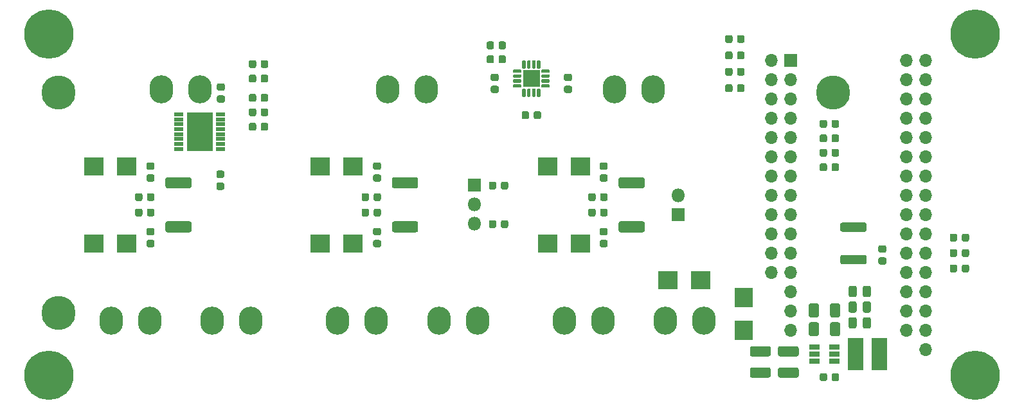
<source format=gbr>
%TF.GenerationSoftware,KiCad,Pcbnew,(5.1.6)-1*%
%TF.CreationDate,2020-09-09T14:21:18+02:00*%
%TF.ProjectId,TougherPowerMeter-FeatherWing,546f7567-6865-4725-906f-7765724d6574,rev?*%
%TF.SameCoordinates,Original*%
%TF.FileFunction,Soldermask,Bot*%
%TF.FilePolarity,Negative*%
%FSLAX46Y46*%
G04 Gerber Fmt 4.6, Leading zero omitted, Abs format (unit mm)*
G04 Created by KiCad (PCBNEW (5.1.6)-1) date 2020-09-09 14:21:18*
%MOMM*%
%LPD*%
G01*
G04 APERTURE LIST*
%ADD10C,4.500000*%
%ADD11O,1.700000X1.700000*%
%ADD12R,1.700000X1.700000*%
%ADD13R,2.400000X2.600000*%
%ADD14O,1.800000X1.800000*%
%ADD15R,1.800000X1.800000*%
%ADD16R,1.320000X0.750000*%
%ADD17R,3.500000X5.100000*%
%ADD18R,1.150000X0.550000*%
%ADD19R,2.080000X4.300000*%
%ADD20R,2.600000X2.400000*%
%ADD21C,0.900000*%
%ADD22C,6.500000*%
%ADD23R,2.200000X2.200000*%
%ADD24O,3.100000X3.700000*%
G04 APERTURE END LIST*
D10*
%TO.C,FID6*%
X201000000Y-64000000D03*
%TD*%
%TO.C,FID5*%
X99000000Y-93000000D03*
%TD*%
%TO.C,FID4*%
X99000000Y-64000000D03*
%TD*%
%TO.C,C23*%
G36*
G01*
X204933500Y-90651250D02*
X204933500Y-89688750D01*
G75*
G02*
X205202250Y-89420000I268750J0D01*
G01*
X205739750Y-89420000D01*
G75*
G02*
X206008500Y-89688750I0J-268750D01*
G01*
X206008500Y-90651250D01*
G75*
G02*
X205739750Y-90920000I-268750J0D01*
G01*
X205202250Y-90920000D01*
G75*
G02*
X204933500Y-90651250I0J268750D01*
G01*
G37*
G36*
G01*
X203058500Y-90651250D02*
X203058500Y-89688750D01*
G75*
G02*
X203327250Y-89420000I268750J0D01*
G01*
X203864750Y-89420000D01*
G75*
G02*
X204133500Y-89688750I0J-268750D01*
G01*
X204133500Y-90651250D01*
G75*
G02*
X203864750Y-90920000I-268750J0D01*
G01*
X203327250Y-90920000D01*
G75*
G02*
X203058500Y-90651250I0J268750D01*
G01*
G37*
%TD*%
%TO.C,C22*%
G36*
G01*
X199157000Y-92007500D02*
X199157000Y-93317500D01*
G75*
G02*
X198887000Y-93587500I-270000J0D01*
G01*
X198077000Y-93587500D01*
G75*
G02*
X197807000Y-93317500I0J270000D01*
G01*
X197807000Y-92007500D01*
G75*
G02*
X198077000Y-91737500I270000J0D01*
G01*
X198887000Y-91737500D01*
G75*
G02*
X199157000Y-92007500I0J-270000D01*
G01*
G37*
G36*
G01*
X201957000Y-92007500D02*
X201957000Y-93317500D01*
G75*
G02*
X201687000Y-93587500I-270000J0D01*
G01*
X200877000Y-93587500D01*
G75*
G02*
X200607000Y-93317500I0J270000D01*
G01*
X200607000Y-92007500D01*
G75*
G02*
X200877000Y-91737500I270000J0D01*
G01*
X201687000Y-91737500D01*
G75*
G02*
X201957000Y-92007500I0J-270000D01*
G01*
G37*
%TD*%
%TO.C,C21*%
G36*
G01*
X192541500Y-98732000D02*
X190331500Y-98732000D01*
G75*
G02*
X190061500Y-98462000I0J270000D01*
G01*
X190061500Y-97652000D01*
G75*
G02*
X190331500Y-97382000I270000J0D01*
G01*
X192541500Y-97382000D01*
G75*
G02*
X192811500Y-97652000I0J-270000D01*
G01*
X192811500Y-98462000D01*
G75*
G02*
X192541500Y-98732000I-270000J0D01*
G01*
G37*
G36*
G01*
X192541500Y-101532000D02*
X190331500Y-101532000D01*
G75*
G02*
X190061500Y-101262000I0J270000D01*
G01*
X190061500Y-100452000D01*
G75*
G02*
X190331500Y-100182000I270000J0D01*
G01*
X192541500Y-100182000D01*
G75*
G02*
X192811500Y-100452000I0J-270000D01*
G01*
X192811500Y-101262000D01*
G75*
G02*
X192541500Y-101532000I-270000J0D01*
G01*
G37*
%TD*%
%TO.C,C2*%
G36*
G01*
X196224500Y-98732000D02*
X194014500Y-98732000D01*
G75*
G02*
X193744500Y-98462000I0J270000D01*
G01*
X193744500Y-97652000D01*
G75*
G02*
X194014500Y-97382000I270000J0D01*
G01*
X196224500Y-97382000D01*
G75*
G02*
X196494500Y-97652000I0J-270000D01*
G01*
X196494500Y-98462000D01*
G75*
G02*
X196224500Y-98732000I-270000J0D01*
G01*
G37*
G36*
G01*
X196224500Y-101532000D02*
X194014500Y-101532000D01*
G75*
G02*
X193744500Y-101262000I0J270000D01*
G01*
X193744500Y-100452000D01*
G75*
G02*
X194014500Y-100182000I270000J0D01*
G01*
X196224500Y-100182000D01*
G75*
G02*
X196494500Y-100452000I0J-270000D01*
G01*
X196494500Y-101262000D01*
G75*
G02*
X196224500Y-101532000I-270000J0D01*
G01*
G37*
%TD*%
D11*
%TO.C,U3*%
X213217000Y-95266000D03*
X213217000Y-97806000D03*
X213217000Y-92726000D03*
X213217000Y-90186000D03*
X213217000Y-87646000D03*
X213217000Y-85106000D03*
X213217000Y-82566000D03*
X213217000Y-80026000D03*
X213217000Y-77486000D03*
X213217000Y-74946000D03*
X213217000Y-72406000D03*
X213217000Y-69866000D03*
X213217000Y-67326000D03*
X213217000Y-64786000D03*
X213217000Y-62246000D03*
X213217000Y-59706000D03*
X192897000Y-74946000D03*
X192897000Y-77486000D03*
X192897000Y-80026000D03*
X192897000Y-85106000D03*
X192897000Y-82566000D03*
X192897000Y-59706000D03*
X192897000Y-62246000D03*
X192897000Y-64786000D03*
X192897000Y-67326000D03*
X192897000Y-69866000D03*
X192897000Y-72406000D03*
X192897000Y-87646000D03*
%TD*%
%TO.C,A1*%
X210677000Y-95266000D03*
X195437000Y-95266000D03*
X210677000Y-59706000D03*
X195437000Y-92726000D03*
X210677000Y-62246000D03*
X195437000Y-90186000D03*
X210677000Y-64786000D03*
X195437000Y-87646000D03*
X210677000Y-67326000D03*
X195437000Y-85106000D03*
X210677000Y-69866000D03*
X195437000Y-82566000D03*
X210677000Y-72406000D03*
X195437000Y-80026000D03*
X210677000Y-74946000D03*
X195437000Y-77486000D03*
X210677000Y-77486000D03*
X195437000Y-74946000D03*
X210677000Y-80026000D03*
X195437000Y-72406000D03*
X210677000Y-82566000D03*
X195437000Y-69866000D03*
X210677000Y-85106000D03*
X195437000Y-67326000D03*
X210677000Y-87646000D03*
X195437000Y-64786000D03*
X210677000Y-90186000D03*
X195437000Y-62246000D03*
X210677000Y-92726000D03*
D12*
X195437000Y-59706000D03*
%TD*%
D13*
%TO.C,D8*%
X189214000Y-90957000D03*
X189214000Y-95257000D03*
%TD*%
%TO.C,R1*%
G36*
G01*
X187771000Y-60948750D02*
X187771000Y-61511250D01*
G75*
G02*
X187527250Y-61755000I-243750J0D01*
G01*
X187039750Y-61755000D01*
G75*
G02*
X186796000Y-61511250I0J243750D01*
G01*
X186796000Y-60948750D01*
G75*
G02*
X187039750Y-60705000I243750J0D01*
G01*
X187527250Y-60705000D01*
G75*
G02*
X187771000Y-60948750I0J-243750D01*
G01*
G37*
G36*
G01*
X189346000Y-60948750D02*
X189346000Y-61511250D01*
G75*
G02*
X189102250Y-61755000I-243750J0D01*
G01*
X188614750Y-61755000D01*
G75*
G02*
X188371000Y-61511250I0J243750D01*
G01*
X188371000Y-60948750D01*
G75*
G02*
X188614750Y-60705000I243750J0D01*
G01*
X189102250Y-60705000D01*
G75*
G02*
X189346000Y-60948750I0J-243750D01*
G01*
G37*
%TD*%
%TO.C,R26*%
G36*
G01*
X125633000Y-66845250D02*
X125633000Y-66282750D01*
G75*
G02*
X125876750Y-66039000I243750J0D01*
G01*
X126364250Y-66039000D01*
G75*
G02*
X126608000Y-66282750I0J-243750D01*
G01*
X126608000Y-66845250D01*
G75*
G02*
X126364250Y-67089000I-243750J0D01*
G01*
X125876750Y-67089000D01*
G75*
G02*
X125633000Y-66845250I0J243750D01*
G01*
G37*
G36*
G01*
X124058000Y-66845250D02*
X124058000Y-66282750D01*
G75*
G02*
X124301750Y-66039000I243750J0D01*
G01*
X124789250Y-66039000D01*
G75*
G02*
X125033000Y-66282750I0J-243750D01*
G01*
X125033000Y-66845250D01*
G75*
G02*
X124789250Y-67089000I-243750J0D01*
G01*
X124301750Y-67089000D01*
G75*
G02*
X124058000Y-66845250I0J243750D01*
G01*
G37*
%TD*%
%TO.C,R25*%
G36*
G01*
X125633000Y-64940250D02*
X125633000Y-64377750D01*
G75*
G02*
X125876750Y-64134000I243750J0D01*
G01*
X126364250Y-64134000D01*
G75*
G02*
X126608000Y-64377750I0J-243750D01*
G01*
X126608000Y-64940250D01*
G75*
G02*
X126364250Y-65184000I-243750J0D01*
G01*
X125876750Y-65184000D01*
G75*
G02*
X125633000Y-64940250I0J243750D01*
G01*
G37*
G36*
G01*
X124058000Y-64940250D02*
X124058000Y-64377750D01*
G75*
G02*
X124301750Y-64134000I243750J0D01*
G01*
X124789250Y-64134000D01*
G75*
G02*
X125033000Y-64377750I0J-243750D01*
G01*
X125033000Y-64940250D01*
G75*
G02*
X124789250Y-65184000I-243750J0D01*
G01*
X124301750Y-65184000D01*
G75*
G02*
X124058000Y-64940250I0J243750D01*
G01*
G37*
%TD*%
%TO.C,F1*%
G36*
G01*
X202214221Y-85361000D02*
X205169779Y-85361000D01*
G75*
G02*
X205442000Y-85633221I0J-272221D01*
G01*
X205442000Y-86313779D01*
G75*
G02*
X205169779Y-86586000I-272221J0D01*
G01*
X202214221Y-86586000D01*
G75*
G02*
X201942000Y-86313779I0J272221D01*
G01*
X201942000Y-85633221D01*
G75*
G02*
X202214221Y-85361000I272221J0D01*
G01*
G37*
G36*
G01*
X202214221Y-81086000D02*
X205169779Y-81086000D01*
G75*
G02*
X205442000Y-81358221I0J-272221D01*
G01*
X205442000Y-82038779D01*
G75*
G02*
X205169779Y-82311000I-272221J0D01*
G01*
X202214221Y-82311000D01*
G75*
G02*
X201942000Y-82038779I0J272221D01*
G01*
X201942000Y-81358221D01*
G75*
G02*
X202214221Y-81086000I272221J0D01*
G01*
G37*
%TD*%
%TO.C,C20*%
G36*
G01*
X120035250Y-75817500D02*
X120597750Y-75817500D01*
G75*
G02*
X120841500Y-76061250I0J-243750D01*
G01*
X120841500Y-76548750D01*
G75*
G02*
X120597750Y-76792500I-243750J0D01*
G01*
X120035250Y-76792500D01*
G75*
G02*
X119791500Y-76548750I0J243750D01*
G01*
X119791500Y-76061250D01*
G75*
G02*
X120035250Y-75817500I243750J0D01*
G01*
G37*
G36*
G01*
X120035250Y-74242500D02*
X120597750Y-74242500D01*
G75*
G02*
X120841500Y-74486250I0J-243750D01*
G01*
X120841500Y-74973750D01*
G75*
G02*
X120597750Y-75217500I-243750J0D01*
G01*
X120035250Y-75217500D01*
G75*
G02*
X119791500Y-74973750I0J243750D01*
G01*
X119791500Y-74486250D01*
G75*
G02*
X120035250Y-74242500I243750J0D01*
G01*
G37*
%TD*%
%TO.C,C19*%
G36*
G01*
X217962000Y-83355250D02*
X217962000Y-82792750D01*
G75*
G02*
X218205750Y-82549000I243750J0D01*
G01*
X218693250Y-82549000D01*
G75*
G02*
X218937000Y-82792750I0J-243750D01*
G01*
X218937000Y-83355250D01*
G75*
G02*
X218693250Y-83599000I-243750J0D01*
G01*
X218205750Y-83599000D01*
G75*
G02*
X217962000Y-83355250I0J243750D01*
G01*
G37*
G36*
G01*
X216387000Y-83355250D02*
X216387000Y-82792750D01*
G75*
G02*
X216630750Y-82549000I243750J0D01*
G01*
X217118250Y-82549000D01*
G75*
G02*
X217362000Y-82792750I0J-243750D01*
G01*
X217362000Y-83355250D01*
G75*
G02*
X217118250Y-83599000I-243750J0D01*
G01*
X216630750Y-83599000D01*
G75*
G02*
X216387000Y-83355250I0J243750D01*
G01*
G37*
%TD*%
%TO.C,C7*%
G36*
G01*
X120661250Y-63724000D02*
X120098750Y-63724000D01*
G75*
G02*
X119855000Y-63480250I0J243750D01*
G01*
X119855000Y-62992750D01*
G75*
G02*
X120098750Y-62749000I243750J0D01*
G01*
X120661250Y-62749000D01*
G75*
G02*
X120905000Y-62992750I0J-243750D01*
G01*
X120905000Y-63480250D01*
G75*
G02*
X120661250Y-63724000I-243750J0D01*
G01*
G37*
G36*
G01*
X120661250Y-65299000D02*
X120098750Y-65299000D01*
G75*
G02*
X119855000Y-65055250I0J243750D01*
G01*
X119855000Y-64567750D01*
G75*
G02*
X120098750Y-64324000I243750J0D01*
G01*
X120661250Y-64324000D01*
G75*
G02*
X120905000Y-64567750I0J-243750D01*
G01*
X120905000Y-65055250D01*
G75*
G02*
X120661250Y-65299000I-243750J0D01*
G01*
G37*
%TD*%
%TO.C,C6*%
G36*
G01*
X204917500Y-94794750D02*
X204917500Y-93832250D01*
G75*
G02*
X205186250Y-93563500I268750J0D01*
G01*
X205723750Y-93563500D01*
G75*
G02*
X205992500Y-93832250I0J-268750D01*
G01*
X205992500Y-94794750D01*
G75*
G02*
X205723750Y-95063500I-268750J0D01*
G01*
X205186250Y-95063500D01*
G75*
G02*
X204917500Y-94794750I0J268750D01*
G01*
G37*
G36*
G01*
X203042500Y-94794750D02*
X203042500Y-93832250D01*
G75*
G02*
X203311250Y-93563500I268750J0D01*
G01*
X203848750Y-93563500D01*
G75*
G02*
X204117500Y-93832250I0J-268750D01*
G01*
X204117500Y-94794750D01*
G75*
G02*
X203848750Y-95063500I-268750J0D01*
G01*
X203311250Y-95063500D01*
G75*
G02*
X203042500Y-94794750I0J268750D01*
G01*
G37*
%TD*%
%TO.C,C3*%
G36*
G01*
X199157000Y-94484000D02*
X199157000Y-95794000D01*
G75*
G02*
X198887000Y-96064000I-270000J0D01*
G01*
X198077000Y-96064000D01*
G75*
G02*
X197807000Y-95794000I0J270000D01*
G01*
X197807000Y-94484000D01*
G75*
G02*
X198077000Y-94214000I270000J0D01*
G01*
X198887000Y-94214000D01*
G75*
G02*
X199157000Y-94484000I0J-270000D01*
G01*
G37*
G36*
G01*
X201957000Y-94484000D02*
X201957000Y-95794000D01*
G75*
G02*
X201687000Y-96064000I-270000J0D01*
G01*
X200877000Y-96064000D01*
G75*
G02*
X200607000Y-95794000I0J270000D01*
G01*
X200607000Y-94484000D01*
G75*
G02*
X200877000Y-94214000I270000J0D01*
G01*
X201687000Y-94214000D01*
G75*
G02*
X201957000Y-94484000I0J-270000D01*
G01*
G37*
%TD*%
%TO.C,C1*%
G36*
G01*
X207783250Y-85060000D02*
X207220750Y-85060000D01*
G75*
G02*
X206977000Y-84816250I0J243750D01*
G01*
X206977000Y-84328750D01*
G75*
G02*
X207220750Y-84085000I243750J0D01*
G01*
X207783250Y-84085000D01*
G75*
G02*
X208027000Y-84328750I0J-243750D01*
G01*
X208027000Y-84816250D01*
G75*
G02*
X207783250Y-85060000I-243750J0D01*
G01*
G37*
G36*
G01*
X207783250Y-86635000D02*
X207220750Y-86635000D01*
G75*
G02*
X206977000Y-86391250I0J243750D01*
G01*
X206977000Y-85903750D01*
G75*
G02*
X207220750Y-85660000I243750J0D01*
G01*
X207783250Y-85660000D01*
G75*
G02*
X208027000Y-85903750I0J-243750D01*
G01*
X208027000Y-86391250D01*
G75*
G02*
X207783250Y-86635000I-243750J0D01*
G01*
G37*
%TD*%
D14*
%TO.C,J1*%
X180578000Y-77486000D03*
D15*
X180578000Y-80026000D03*
%TD*%
D16*
%TO.C,U1*%
X201153900Y-99352900D03*
X201153900Y-98402900D03*
X201153900Y-97452900D03*
X198533900Y-97452900D03*
X198533900Y-98402900D03*
X198533900Y-99352900D03*
%TD*%
D17*
%TO.C,U2*%
X117586000Y-69104000D03*
D18*
X114811000Y-66829000D03*
X114811000Y-67479000D03*
X114811000Y-68129000D03*
X114811000Y-68779000D03*
X114811000Y-69429000D03*
X114811000Y-70079000D03*
X114811000Y-70729000D03*
X114811000Y-71379000D03*
X120361000Y-71379000D03*
X120361000Y-70729000D03*
X120361000Y-70079000D03*
X120361000Y-69429000D03*
X120361000Y-68779000D03*
X120361000Y-68129000D03*
X120361000Y-67479000D03*
X120361000Y-66829000D03*
%TD*%
%TO.C,R7*%
G36*
G01*
X125633000Y-60495250D02*
X125633000Y-59932750D01*
G75*
G02*
X125876750Y-59689000I243750J0D01*
G01*
X126364250Y-59689000D01*
G75*
G02*
X126608000Y-59932750I0J-243750D01*
G01*
X126608000Y-60495250D01*
G75*
G02*
X126364250Y-60739000I-243750J0D01*
G01*
X125876750Y-60739000D01*
G75*
G02*
X125633000Y-60495250I0J243750D01*
G01*
G37*
G36*
G01*
X124058000Y-60495250D02*
X124058000Y-59932750D01*
G75*
G02*
X124301750Y-59689000I243750J0D01*
G01*
X124789250Y-59689000D01*
G75*
G02*
X125033000Y-59932750I0J-243750D01*
G01*
X125033000Y-60495250D01*
G75*
G02*
X124789250Y-60739000I-243750J0D01*
G01*
X124301750Y-60739000D01*
G75*
G02*
X124058000Y-60495250I0J243750D01*
G01*
G37*
%TD*%
%TO.C,R6*%
G36*
G01*
X125633000Y-62400250D02*
X125633000Y-61837750D01*
G75*
G02*
X125876750Y-61594000I243750J0D01*
G01*
X126364250Y-61594000D01*
G75*
G02*
X126608000Y-61837750I0J-243750D01*
G01*
X126608000Y-62400250D01*
G75*
G02*
X126364250Y-62644000I-243750J0D01*
G01*
X125876750Y-62644000D01*
G75*
G02*
X125633000Y-62400250I0J243750D01*
G01*
G37*
G36*
G01*
X124058000Y-62400250D02*
X124058000Y-61837750D01*
G75*
G02*
X124301750Y-61594000I243750J0D01*
G01*
X124789250Y-61594000D01*
G75*
G02*
X125033000Y-61837750I0J-243750D01*
G01*
X125033000Y-62400250D01*
G75*
G02*
X124789250Y-62644000I-243750J0D01*
G01*
X124301750Y-62644000D01*
G75*
G02*
X124058000Y-62400250I0J243750D01*
G01*
G37*
%TD*%
%TO.C,R5*%
G36*
G01*
X217962000Y-85387250D02*
X217962000Y-84824750D01*
G75*
G02*
X218205750Y-84581000I243750J0D01*
G01*
X218693250Y-84581000D01*
G75*
G02*
X218937000Y-84824750I0J-243750D01*
G01*
X218937000Y-85387250D01*
G75*
G02*
X218693250Y-85631000I-243750J0D01*
G01*
X218205750Y-85631000D01*
G75*
G02*
X217962000Y-85387250I0J243750D01*
G01*
G37*
G36*
G01*
X216387000Y-85387250D02*
X216387000Y-84824750D01*
G75*
G02*
X216630750Y-84581000I243750J0D01*
G01*
X217118250Y-84581000D01*
G75*
G02*
X217362000Y-84824750I0J-243750D01*
G01*
X217362000Y-85387250D01*
G75*
G02*
X217118250Y-85631000I-243750J0D01*
G01*
X216630750Y-85631000D01*
G75*
G02*
X216387000Y-85387250I0J243750D01*
G01*
G37*
%TD*%
%TO.C,R4*%
G36*
G01*
X125633000Y-68750250D02*
X125633000Y-68187750D01*
G75*
G02*
X125876750Y-67944000I243750J0D01*
G01*
X126364250Y-67944000D01*
G75*
G02*
X126608000Y-68187750I0J-243750D01*
G01*
X126608000Y-68750250D01*
G75*
G02*
X126364250Y-68994000I-243750J0D01*
G01*
X125876750Y-68994000D01*
G75*
G02*
X125633000Y-68750250I0J243750D01*
G01*
G37*
G36*
G01*
X124058000Y-68750250D02*
X124058000Y-68187750D01*
G75*
G02*
X124301750Y-67944000I243750J0D01*
G01*
X124789250Y-67944000D01*
G75*
G02*
X125033000Y-68187750I0J-243750D01*
G01*
X125033000Y-68750250D01*
G75*
G02*
X124789250Y-68994000I-243750J0D01*
G01*
X124301750Y-68994000D01*
G75*
G02*
X124058000Y-68750250I0J243750D01*
G01*
G37*
%TD*%
%TO.C,R3*%
G36*
G01*
X217962000Y-87419250D02*
X217962000Y-86856750D01*
G75*
G02*
X218205750Y-86613000I243750J0D01*
G01*
X218693250Y-86613000D01*
G75*
G02*
X218937000Y-86856750I0J-243750D01*
G01*
X218937000Y-87419250D01*
G75*
G02*
X218693250Y-87663000I-243750J0D01*
G01*
X218205750Y-87663000D01*
G75*
G02*
X217962000Y-87419250I0J243750D01*
G01*
G37*
G36*
G01*
X216387000Y-87419250D02*
X216387000Y-86856750D01*
G75*
G02*
X216630750Y-86613000I243750J0D01*
G01*
X217118250Y-86613000D01*
G75*
G02*
X217362000Y-86856750I0J-243750D01*
G01*
X217362000Y-87419250D01*
G75*
G02*
X217118250Y-87663000I-243750J0D01*
G01*
X216630750Y-87663000D01*
G75*
G02*
X216387000Y-87419250I0J243750D01*
G01*
G37*
%TD*%
%TO.C,R2*%
G36*
G01*
X187771000Y-58789750D02*
X187771000Y-59352250D01*
G75*
G02*
X187527250Y-59596000I-243750J0D01*
G01*
X187039750Y-59596000D01*
G75*
G02*
X186796000Y-59352250I0J243750D01*
G01*
X186796000Y-58789750D01*
G75*
G02*
X187039750Y-58546000I243750J0D01*
G01*
X187527250Y-58546000D01*
G75*
G02*
X187771000Y-58789750I0J-243750D01*
G01*
G37*
G36*
G01*
X189346000Y-58789750D02*
X189346000Y-59352250D01*
G75*
G02*
X189102250Y-59596000I-243750J0D01*
G01*
X188614750Y-59596000D01*
G75*
G02*
X188371000Y-59352250I0J243750D01*
G01*
X188371000Y-58789750D01*
G75*
G02*
X188614750Y-58546000I243750J0D01*
G01*
X189102250Y-58546000D01*
G75*
G02*
X189346000Y-58789750I0J-243750D01*
G01*
G37*
%TD*%
D19*
%TO.C,L1*%
X207133900Y-98402900D03*
X203983900Y-98402900D03*
%TD*%
D20*
%TO.C,D1*%
X183553500Y-88725500D03*
X179253500Y-88725500D03*
%TD*%
%TO.C,C5*%
G36*
G01*
X204917500Y-92699250D02*
X204917500Y-91736750D01*
G75*
G02*
X205186250Y-91468000I268750J0D01*
G01*
X205723750Y-91468000D01*
G75*
G02*
X205992500Y-91736750I0J-268750D01*
G01*
X205992500Y-92699250D01*
G75*
G02*
X205723750Y-92968000I-268750J0D01*
G01*
X205186250Y-92968000D01*
G75*
G02*
X204917500Y-92699250I0J268750D01*
G01*
G37*
G36*
G01*
X203042500Y-92699250D02*
X203042500Y-91736750D01*
G75*
G02*
X203311250Y-91468000I268750J0D01*
G01*
X203848750Y-91468000D01*
G75*
G02*
X204117500Y-91736750I0J-268750D01*
G01*
X204117500Y-92699250D01*
G75*
G02*
X203848750Y-92968000I-268750J0D01*
G01*
X203311250Y-92968000D01*
G75*
G02*
X203042500Y-92699250I0J268750D01*
G01*
G37*
%TD*%
%TO.C,C4*%
G36*
G01*
X200242400Y-101182350D02*
X200242400Y-101744850D01*
G75*
G02*
X199998650Y-101988600I-243750J0D01*
G01*
X199511150Y-101988600D01*
G75*
G02*
X199267400Y-101744850I0J243750D01*
G01*
X199267400Y-101182350D01*
G75*
G02*
X199511150Y-100938600I243750J0D01*
G01*
X199998650Y-100938600D01*
G75*
G02*
X200242400Y-101182350I0J-243750D01*
G01*
G37*
G36*
G01*
X201817400Y-101182350D02*
X201817400Y-101744850D01*
G75*
G02*
X201573650Y-101988600I-243750J0D01*
G01*
X201086150Y-101988600D01*
G75*
G02*
X200842400Y-101744850I0J243750D01*
G01*
X200842400Y-101182350D01*
G75*
G02*
X201086150Y-100938600I243750J0D01*
G01*
X201573650Y-100938600D01*
G75*
G02*
X201817400Y-101182350I0J-243750D01*
G01*
G37*
%TD*%
%TO.C,C18*%
G36*
G01*
X156351200Y-57468950D02*
X156351200Y-58031450D01*
G75*
G02*
X156107450Y-58275200I-243750J0D01*
G01*
X155619950Y-58275200D01*
G75*
G02*
X155376200Y-58031450I0J243750D01*
G01*
X155376200Y-57468950D01*
G75*
G02*
X155619950Y-57225200I243750J0D01*
G01*
X156107450Y-57225200D01*
G75*
G02*
X156351200Y-57468950I0J-243750D01*
G01*
G37*
G36*
G01*
X157926200Y-57468950D02*
X157926200Y-58031450D01*
G75*
G02*
X157682450Y-58275200I-243750J0D01*
G01*
X157194950Y-58275200D01*
G75*
G02*
X156951200Y-58031450I0J243750D01*
G01*
X156951200Y-57468950D01*
G75*
G02*
X157194950Y-57225200I243750J0D01*
G01*
X157682450Y-57225200D01*
G75*
G02*
X157926200Y-57468950I0J-243750D01*
G01*
G37*
%TD*%
%TO.C,R17*%
G36*
G01*
X113335518Y-80931000D02*
X116248482Y-80931000D01*
G75*
G02*
X116517000Y-81199518I0J-268518D01*
G01*
X116517000Y-82112482D01*
G75*
G02*
X116248482Y-82381000I-268518J0D01*
G01*
X113335518Y-82381000D01*
G75*
G02*
X113067000Y-82112482I0J268518D01*
G01*
X113067000Y-81199518D01*
G75*
G02*
X113335518Y-80931000I268518J0D01*
G01*
G37*
G36*
G01*
X113335518Y-75131000D02*
X116248482Y-75131000D01*
G75*
G02*
X116517000Y-75399518I0J-268518D01*
G01*
X116517000Y-76312482D01*
G75*
G02*
X116248482Y-76581000I-268518J0D01*
G01*
X113335518Y-76581000D01*
G75*
G02*
X113067000Y-76312482I0J268518D01*
G01*
X113067000Y-75399518D01*
G75*
G02*
X113335518Y-75131000I268518J0D01*
G01*
G37*
%TD*%
D21*
%TO.C,H4*%
X221447056Y-102947056D03*
X222150000Y-101250000D03*
X221447056Y-99552944D03*
X219750000Y-98850000D03*
X218052944Y-99552944D03*
X217350000Y-101250000D03*
X218052944Y-102947056D03*
X219750000Y-103650000D03*
D22*
X219750000Y-101250000D03*
%TD*%
D21*
%TO.C,H3*%
X99447056Y-102947056D03*
X100150000Y-101250000D03*
X99447056Y-99552944D03*
X97750000Y-98850000D03*
X96052944Y-99552944D03*
X95350000Y-101250000D03*
X96052944Y-102947056D03*
X97750000Y-103650000D03*
D22*
X97750000Y-101250000D03*
%TD*%
D21*
%TO.C,H2*%
X221447056Y-57947056D03*
X222150000Y-56250000D03*
X221447056Y-54552944D03*
X219750000Y-53850000D03*
X218052944Y-54552944D03*
X217350000Y-56250000D03*
X218052944Y-57947056D03*
X219750000Y-58650000D03*
D22*
X219750000Y-56250000D03*
%TD*%
D21*
%TO.C,H1*%
X99447056Y-57947056D03*
X100150000Y-56250000D03*
X99447056Y-54552944D03*
X97750000Y-53850000D03*
X96052944Y-54552944D03*
X95350000Y-56250000D03*
X96052944Y-57947056D03*
X97750000Y-58650000D03*
D22*
X97750000Y-56250000D03*
%TD*%
D23*
%TO.C,U4*%
X161274000Y-62119000D03*
G36*
G01*
X160074000Y-64431500D02*
X160074000Y-63531500D01*
G75*
G02*
X160186500Y-63419000I112500J0D01*
G01*
X160411500Y-63419000D01*
G75*
G02*
X160524000Y-63531500I0J-112500D01*
G01*
X160524000Y-64431500D01*
G75*
G02*
X160411500Y-64544000I-112500J0D01*
G01*
X160186500Y-64544000D01*
G75*
G02*
X160074000Y-64431500I0J112500D01*
G01*
G37*
G36*
G01*
X160724000Y-64431500D02*
X160724000Y-63531500D01*
G75*
G02*
X160836500Y-63419000I112500J0D01*
G01*
X161061500Y-63419000D01*
G75*
G02*
X161174000Y-63531500I0J-112500D01*
G01*
X161174000Y-64431500D01*
G75*
G02*
X161061500Y-64544000I-112500J0D01*
G01*
X160836500Y-64544000D01*
G75*
G02*
X160724000Y-64431500I0J112500D01*
G01*
G37*
G36*
G01*
X161374000Y-64431500D02*
X161374000Y-63531500D01*
G75*
G02*
X161486500Y-63419000I112500J0D01*
G01*
X161711500Y-63419000D01*
G75*
G02*
X161824000Y-63531500I0J-112500D01*
G01*
X161824000Y-64431500D01*
G75*
G02*
X161711500Y-64544000I-112500J0D01*
G01*
X161486500Y-64544000D01*
G75*
G02*
X161374000Y-64431500I0J112500D01*
G01*
G37*
G36*
G01*
X162024000Y-64431500D02*
X162024000Y-63531500D01*
G75*
G02*
X162136500Y-63419000I112500J0D01*
G01*
X162361500Y-63419000D01*
G75*
G02*
X162474000Y-63531500I0J-112500D01*
G01*
X162474000Y-64431500D01*
G75*
G02*
X162361500Y-64544000I-112500J0D01*
G01*
X162136500Y-64544000D01*
G75*
G02*
X162024000Y-64431500I0J112500D01*
G01*
G37*
G36*
G01*
X162574000Y-63206500D02*
X162574000Y-62981500D01*
G75*
G02*
X162686500Y-62869000I112500J0D01*
G01*
X163586500Y-62869000D01*
G75*
G02*
X163699000Y-62981500I0J-112500D01*
G01*
X163699000Y-63206500D01*
G75*
G02*
X163586500Y-63319000I-112500J0D01*
G01*
X162686500Y-63319000D01*
G75*
G02*
X162574000Y-63206500I0J112500D01*
G01*
G37*
G36*
G01*
X162574000Y-62556500D02*
X162574000Y-62331500D01*
G75*
G02*
X162686500Y-62219000I112500J0D01*
G01*
X163586500Y-62219000D01*
G75*
G02*
X163699000Y-62331500I0J-112500D01*
G01*
X163699000Y-62556500D01*
G75*
G02*
X163586500Y-62669000I-112500J0D01*
G01*
X162686500Y-62669000D01*
G75*
G02*
X162574000Y-62556500I0J112500D01*
G01*
G37*
G36*
G01*
X162574000Y-61906500D02*
X162574000Y-61681500D01*
G75*
G02*
X162686500Y-61569000I112500J0D01*
G01*
X163586500Y-61569000D01*
G75*
G02*
X163699000Y-61681500I0J-112500D01*
G01*
X163699000Y-61906500D01*
G75*
G02*
X163586500Y-62019000I-112500J0D01*
G01*
X162686500Y-62019000D01*
G75*
G02*
X162574000Y-61906500I0J112500D01*
G01*
G37*
G36*
G01*
X162574000Y-61256500D02*
X162574000Y-61031500D01*
G75*
G02*
X162686500Y-60919000I112500J0D01*
G01*
X163586500Y-60919000D01*
G75*
G02*
X163699000Y-61031500I0J-112500D01*
G01*
X163699000Y-61256500D01*
G75*
G02*
X163586500Y-61369000I-112500J0D01*
G01*
X162686500Y-61369000D01*
G75*
G02*
X162574000Y-61256500I0J112500D01*
G01*
G37*
G36*
G01*
X162024000Y-60706500D02*
X162024000Y-59806500D01*
G75*
G02*
X162136500Y-59694000I112500J0D01*
G01*
X162361500Y-59694000D01*
G75*
G02*
X162474000Y-59806500I0J-112500D01*
G01*
X162474000Y-60706500D01*
G75*
G02*
X162361500Y-60819000I-112500J0D01*
G01*
X162136500Y-60819000D01*
G75*
G02*
X162024000Y-60706500I0J112500D01*
G01*
G37*
G36*
G01*
X161374000Y-60706500D02*
X161374000Y-59806500D01*
G75*
G02*
X161486500Y-59694000I112500J0D01*
G01*
X161711500Y-59694000D01*
G75*
G02*
X161824000Y-59806500I0J-112500D01*
G01*
X161824000Y-60706500D01*
G75*
G02*
X161711500Y-60819000I-112500J0D01*
G01*
X161486500Y-60819000D01*
G75*
G02*
X161374000Y-60706500I0J112500D01*
G01*
G37*
G36*
G01*
X160724000Y-60706500D02*
X160724000Y-59806500D01*
G75*
G02*
X160836500Y-59694000I112500J0D01*
G01*
X161061500Y-59694000D01*
G75*
G02*
X161174000Y-59806500I0J-112500D01*
G01*
X161174000Y-60706500D01*
G75*
G02*
X161061500Y-60819000I-112500J0D01*
G01*
X160836500Y-60819000D01*
G75*
G02*
X160724000Y-60706500I0J112500D01*
G01*
G37*
G36*
G01*
X160074000Y-60706500D02*
X160074000Y-59806500D01*
G75*
G02*
X160186500Y-59694000I112500J0D01*
G01*
X160411500Y-59694000D01*
G75*
G02*
X160524000Y-59806500I0J-112500D01*
G01*
X160524000Y-60706500D01*
G75*
G02*
X160411500Y-60819000I-112500J0D01*
G01*
X160186500Y-60819000D01*
G75*
G02*
X160074000Y-60706500I0J112500D01*
G01*
G37*
G36*
G01*
X158849000Y-61256500D02*
X158849000Y-61031500D01*
G75*
G02*
X158961500Y-60919000I112500J0D01*
G01*
X159861500Y-60919000D01*
G75*
G02*
X159974000Y-61031500I0J-112500D01*
G01*
X159974000Y-61256500D01*
G75*
G02*
X159861500Y-61369000I-112500J0D01*
G01*
X158961500Y-61369000D01*
G75*
G02*
X158849000Y-61256500I0J112500D01*
G01*
G37*
G36*
G01*
X158849000Y-61906500D02*
X158849000Y-61681500D01*
G75*
G02*
X158961500Y-61569000I112500J0D01*
G01*
X159861500Y-61569000D01*
G75*
G02*
X159974000Y-61681500I0J-112500D01*
G01*
X159974000Y-61906500D01*
G75*
G02*
X159861500Y-62019000I-112500J0D01*
G01*
X158961500Y-62019000D01*
G75*
G02*
X158849000Y-61906500I0J112500D01*
G01*
G37*
G36*
G01*
X158849000Y-62556500D02*
X158849000Y-62331500D01*
G75*
G02*
X158961500Y-62219000I112500J0D01*
G01*
X159861500Y-62219000D01*
G75*
G02*
X159974000Y-62331500I0J-112500D01*
G01*
X159974000Y-62556500D01*
G75*
G02*
X159861500Y-62669000I-112500J0D01*
G01*
X158961500Y-62669000D01*
G75*
G02*
X158849000Y-62556500I0J112500D01*
G01*
G37*
G36*
G01*
X158849000Y-63206500D02*
X158849000Y-62981500D01*
G75*
G02*
X158961500Y-62869000I112500J0D01*
G01*
X159861500Y-62869000D01*
G75*
G02*
X159974000Y-62981500I0J-112500D01*
G01*
X159974000Y-63206500D01*
G75*
G02*
X159861500Y-63319000I-112500J0D01*
G01*
X158961500Y-63319000D01*
G75*
G02*
X158849000Y-63206500I0J112500D01*
G01*
G37*
%TD*%
%TO.C,R24*%
G36*
G01*
X169737000Y-79490750D02*
X169737000Y-80053250D01*
G75*
G02*
X169493250Y-80297000I-243750J0D01*
G01*
X169005750Y-80297000D01*
G75*
G02*
X168762000Y-80053250I0J243750D01*
G01*
X168762000Y-79490750D01*
G75*
G02*
X169005750Y-79247000I243750J0D01*
G01*
X169493250Y-79247000D01*
G75*
G02*
X169737000Y-79490750I0J-243750D01*
G01*
G37*
G36*
G01*
X171312000Y-79490750D02*
X171312000Y-80053250D01*
G75*
G02*
X171068250Y-80297000I-243750J0D01*
G01*
X170580750Y-80297000D01*
G75*
G02*
X170337000Y-80053250I0J243750D01*
G01*
X170337000Y-79490750D01*
G75*
G02*
X170580750Y-79247000I243750J0D01*
G01*
X171068250Y-79247000D01*
G75*
G02*
X171312000Y-79490750I0J-243750D01*
G01*
G37*
%TD*%
%TO.C,R23*%
G36*
G01*
X173025518Y-80931000D02*
X175938482Y-80931000D01*
G75*
G02*
X176207000Y-81199518I0J-268518D01*
G01*
X176207000Y-82112482D01*
G75*
G02*
X175938482Y-82381000I-268518J0D01*
G01*
X173025518Y-82381000D01*
G75*
G02*
X172757000Y-82112482I0J268518D01*
G01*
X172757000Y-81199518D01*
G75*
G02*
X173025518Y-80931000I268518J0D01*
G01*
G37*
G36*
G01*
X173025518Y-75131000D02*
X175938482Y-75131000D01*
G75*
G02*
X176207000Y-75399518I0J-268518D01*
G01*
X176207000Y-76312482D01*
G75*
G02*
X175938482Y-76581000I-268518J0D01*
G01*
X173025518Y-76581000D01*
G75*
G02*
X172757000Y-76312482I0J268518D01*
G01*
X172757000Y-75399518D01*
G75*
G02*
X173025518Y-75131000I268518J0D01*
G01*
G37*
%TD*%
%TO.C,R22*%
G36*
G01*
X169737000Y-77458750D02*
X169737000Y-78021250D01*
G75*
G02*
X169493250Y-78265000I-243750J0D01*
G01*
X169005750Y-78265000D01*
G75*
G02*
X168762000Y-78021250I0J243750D01*
G01*
X168762000Y-77458750D01*
G75*
G02*
X169005750Y-77215000I243750J0D01*
G01*
X169493250Y-77215000D01*
G75*
G02*
X169737000Y-77458750I0J-243750D01*
G01*
G37*
G36*
G01*
X171312000Y-77458750D02*
X171312000Y-78021250D01*
G75*
G02*
X171068250Y-78265000I-243750J0D01*
G01*
X170580750Y-78265000D01*
G75*
G02*
X170337000Y-78021250I0J243750D01*
G01*
X170337000Y-77458750D01*
G75*
G02*
X170580750Y-77215000I243750J0D01*
G01*
X171068250Y-77215000D01*
G75*
G02*
X171312000Y-77458750I0J-243750D01*
G01*
G37*
%TD*%
%TO.C,R21*%
G36*
G01*
X139892000Y-79490750D02*
X139892000Y-80053250D01*
G75*
G02*
X139648250Y-80297000I-243750J0D01*
G01*
X139160750Y-80297000D01*
G75*
G02*
X138917000Y-80053250I0J243750D01*
G01*
X138917000Y-79490750D01*
G75*
G02*
X139160750Y-79247000I243750J0D01*
G01*
X139648250Y-79247000D01*
G75*
G02*
X139892000Y-79490750I0J-243750D01*
G01*
G37*
G36*
G01*
X141467000Y-79490750D02*
X141467000Y-80053250D01*
G75*
G02*
X141223250Y-80297000I-243750J0D01*
G01*
X140735750Y-80297000D01*
G75*
G02*
X140492000Y-80053250I0J243750D01*
G01*
X140492000Y-79490750D01*
G75*
G02*
X140735750Y-79247000I243750J0D01*
G01*
X141223250Y-79247000D01*
G75*
G02*
X141467000Y-79490750I0J-243750D01*
G01*
G37*
%TD*%
%TO.C,R20*%
G36*
G01*
X143180518Y-80931000D02*
X146093482Y-80931000D01*
G75*
G02*
X146362000Y-81199518I0J-268518D01*
G01*
X146362000Y-82112482D01*
G75*
G02*
X146093482Y-82381000I-268518J0D01*
G01*
X143180518Y-82381000D01*
G75*
G02*
X142912000Y-82112482I0J268518D01*
G01*
X142912000Y-81199518D01*
G75*
G02*
X143180518Y-80931000I268518J0D01*
G01*
G37*
G36*
G01*
X143180518Y-75131000D02*
X146093482Y-75131000D01*
G75*
G02*
X146362000Y-75399518I0J-268518D01*
G01*
X146362000Y-76312482D01*
G75*
G02*
X146093482Y-76581000I-268518J0D01*
G01*
X143180518Y-76581000D01*
G75*
G02*
X142912000Y-76312482I0J268518D01*
G01*
X142912000Y-75399518D01*
G75*
G02*
X143180518Y-75131000I268518J0D01*
G01*
G37*
%TD*%
%TO.C,R19*%
G36*
G01*
X139892000Y-77458750D02*
X139892000Y-78021250D01*
G75*
G02*
X139648250Y-78265000I-243750J0D01*
G01*
X139160750Y-78265000D01*
G75*
G02*
X138917000Y-78021250I0J243750D01*
G01*
X138917000Y-77458750D01*
G75*
G02*
X139160750Y-77215000I243750J0D01*
G01*
X139648250Y-77215000D01*
G75*
G02*
X139892000Y-77458750I0J-243750D01*
G01*
G37*
G36*
G01*
X141467000Y-77458750D02*
X141467000Y-78021250D01*
G75*
G02*
X141223250Y-78265000I-243750J0D01*
G01*
X140735750Y-78265000D01*
G75*
G02*
X140492000Y-78021250I0J243750D01*
G01*
X140492000Y-77458750D01*
G75*
G02*
X140735750Y-77215000I243750J0D01*
G01*
X141223250Y-77215000D01*
G75*
G02*
X141467000Y-77458750I0J-243750D01*
G01*
G37*
%TD*%
%TO.C,R16*%
G36*
G01*
X110047000Y-77458750D02*
X110047000Y-78021250D01*
G75*
G02*
X109803250Y-78265000I-243750J0D01*
G01*
X109315750Y-78265000D01*
G75*
G02*
X109072000Y-78021250I0J243750D01*
G01*
X109072000Y-77458750D01*
G75*
G02*
X109315750Y-77215000I243750J0D01*
G01*
X109803250Y-77215000D01*
G75*
G02*
X110047000Y-77458750I0J-243750D01*
G01*
G37*
G36*
G01*
X111622000Y-77458750D02*
X111622000Y-78021250D01*
G75*
G02*
X111378250Y-78265000I-243750J0D01*
G01*
X110890750Y-78265000D01*
G75*
G02*
X110647000Y-78021250I0J243750D01*
G01*
X110647000Y-77458750D01*
G75*
G02*
X110890750Y-77215000I243750J0D01*
G01*
X111378250Y-77215000D01*
G75*
G02*
X111622000Y-77458750I0J-243750D01*
G01*
G37*
%TD*%
%TO.C,R13*%
G36*
G01*
X156656000Y-81014750D02*
X156656000Y-81577250D01*
G75*
G02*
X156412250Y-81821000I-243750J0D01*
G01*
X155924750Y-81821000D01*
G75*
G02*
X155681000Y-81577250I0J243750D01*
G01*
X155681000Y-81014750D01*
G75*
G02*
X155924750Y-80771000I243750J0D01*
G01*
X156412250Y-80771000D01*
G75*
G02*
X156656000Y-81014750I0J-243750D01*
G01*
G37*
G36*
G01*
X158231000Y-81014750D02*
X158231000Y-81577250D01*
G75*
G02*
X157987250Y-81821000I-243750J0D01*
G01*
X157499750Y-81821000D01*
G75*
G02*
X157256000Y-81577250I0J243750D01*
G01*
X157256000Y-81014750D01*
G75*
G02*
X157499750Y-80771000I243750J0D01*
G01*
X157987250Y-80771000D01*
G75*
G02*
X158231000Y-81014750I0J-243750D01*
G01*
G37*
%TD*%
D14*
%TO.C,J11*%
X153781000Y-81232500D03*
X153781000Y-78692500D03*
D15*
X153781000Y-76152500D03*
%TD*%
D24*
%TO.C,J10*%
X110982000Y-93996000D03*
X105902000Y-93996000D03*
%TD*%
D20*
%TO.C,D7*%
X163442000Y-83836000D03*
X167742000Y-83836000D03*
%TD*%
D24*
%TO.C,J9*%
X154162000Y-93996000D03*
X149082000Y-93996000D03*
%TD*%
%TO.C,J8*%
X184007000Y-93996000D03*
X178927000Y-93996000D03*
%TD*%
%TO.C,J7*%
X124317000Y-93996000D03*
X119237000Y-93996000D03*
%TD*%
%TO.C,J6*%
X140827000Y-93996000D03*
X135747000Y-93996000D03*
%TD*%
%TO.C,J5*%
X170672000Y-93996000D03*
X165592000Y-93996000D03*
%TD*%
%TO.C,J4*%
X112506000Y-63516000D03*
X117586000Y-63516000D03*
%TD*%
%TO.C,J3*%
X142351000Y-63516000D03*
X147431000Y-63516000D03*
%TD*%
%TO.C,J2*%
X172196000Y-63516000D03*
X177276000Y-63516000D03*
%TD*%
%TO.C,R18*%
G36*
G01*
X110047000Y-79490750D02*
X110047000Y-80053250D01*
G75*
G02*
X109803250Y-80297000I-243750J0D01*
G01*
X109315750Y-80297000D01*
G75*
G02*
X109072000Y-80053250I0J243750D01*
G01*
X109072000Y-79490750D01*
G75*
G02*
X109315750Y-79247000I243750J0D01*
G01*
X109803250Y-79247000D01*
G75*
G02*
X110047000Y-79490750I0J-243750D01*
G01*
G37*
G36*
G01*
X111622000Y-79490750D02*
X111622000Y-80053250D01*
G75*
G02*
X111378250Y-80297000I-243750J0D01*
G01*
X110890750Y-80297000D01*
G75*
G02*
X110647000Y-80053250I0J243750D01*
G01*
X110647000Y-79490750D01*
G75*
G02*
X110890750Y-79247000I243750J0D01*
G01*
X111378250Y-79247000D01*
G75*
G02*
X111622000Y-79490750I0J-243750D01*
G01*
G37*
%TD*%
%TO.C,R15*%
G36*
G01*
X200217000Y-67806750D02*
X200217000Y-68369250D01*
G75*
G02*
X199973250Y-68613000I-243750J0D01*
G01*
X199485750Y-68613000D01*
G75*
G02*
X199242000Y-68369250I0J243750D01*
G01*
X199242000Y-67806750D01*
G75*
G02*
X199485750Y-67563000I243750J0D01*
G01*
X199973250Y-67563000D01*
G75*
G02*
X200217000Y-67806750I0J-243750D01*
G01*
G37*
G36*
G01*
X201792000Y-67806750D02*
X201792000Y-68369250D01*
G75*
G02*
X201548250Y-68613000I-243750J0D01*
G01*
X201060750Y-68613000D01*
G75*
G02*
X200817000Y-68369250I0J243750D01*
G01*
X200817000Y-67806750D01*
G75*
G02*
X201060750Y-67563000I243750J0D01*
G01*
X201548250Y-67563000D01*
G75*
G02*
X201792000Y-67806750I0J-243750D01*
G01*
G37*
%TD*%
%TO.C,R14*%
G36*
G01*
X157256000Y-76497250D02*
X157256000Y-75934750D01*
G75*
G02*
X157499750Y-75691000I243750J0D01*
G01*
X157987250Y-75691000D01*
G75*
G02*
X158231000Y-75934750I0J-243750D01*
G01*
X158231000Y-76497250D01*
G75*
G02*
X157987250Y-76741000I-243750J0D01*
G01*
X157499750Y-76741000D01*
G75*
G02*
X157256000Y-76497250I0J243750D01*
G01*
G37*
G36*
G01*
X155681000Y-76497250D02*
X155681000Y-75934750D01*
G75*
G02*
X155924750Y-75691000I243750J0D01*
G01*
X156412250Y-75691000D01*
G75*
G02*
X156656000Y-75934750I0J-243750D01*
G01*
X156656000Y-76497250D01*
G75*
G02*
X156412250Y-76741000I-243750J0D01*
G01*
X155924750Y-76741000D01*
G75*
G02*
X155681000Y-76497250I0J243750D01*
G01*
G37*
%TD*%
%TO.C,R12*%
G36*
G01*
X200217000Y-69711750D02*
X200217000Y-70274250D01*
G75*
G02*
X199973250Y-70518000I-243750J0D01*
G01*
X199485750Y-70518000D01*
G75*
G02*
X199242000Y-70274250I0J243750D01*
G01*
X199242000Y-69711750D01*
G75*
G02*
X199485750Y-69468000I243750J0D01*
G01*
X199973250Y-69468000D01*
G75*
G02*
X200217000Y-69711750I0J-243750D01*
G01*
G37*
G36*
G01*
X201792000Y-69711750D02*
X201792000Y-70274250D01*
G75*
G02*
X201548250Y-70518000I-243750J0D01*
G01*
X201060750Y-70518000D01*
G75*
G02*
X200817000Y-70274250I0J243750D01*
G01*
X200817000Y-69711750D01*
G75*
G02*
X201060750Y-69468000I243750J0D01*
G01*
X201548250Y-69468000D01*
G75*
G02*
X201792000Y-69711750I0J-243750D01*
G01*
G37*
%TD*%
%TO.C,R11*%
G36*
G01*
X200217000Y-71616750D02*
X200217000Y-72179250D01*
G75*
G02*
X199973250Y-72423000I-243750J0D01*
G01*
X199485750Y-72423000D01*
G75*
G02*
X199242000Y-72179250I0J243750D01*
G01*
X199242000Y-71616750D01*
G75*
G02*
X199485750Y-71373000I243750J0D01*
G01*
X199973250Y-71373000D01*
G75*
G02*
X200217000Y-71616750I0J-243750D01*
G01*
G37*
G36*
G01*
X201792000Y-71616750D02*
X201792000Y-72179250D01*
G75*
G02*
X201548250Y-72423000I-243750J0D01*
G01*
X201060750Y-72423000D01*
G75*
G02*
X200817000Y-72179250I0J243750D01*
G01*
X200817000Y-71616750D01*
G75*
G02*
X201060750Y-71373000I243750J0D01*
G01*
X201548250Y-71373000D01*
G75*
G02*
X201792000Y-71616750I0J-243750D01*
G01*
G37*
%TD*%
%TO.C,R10*%
G36*
G01*
X187771000Y-56630750D02*
X187771000Y-57193250D01*
G75*
G02*
X187527250Y-57437000I-243750J0D01*
G01*
X187039750Y-57437000D01*
G75*
G02*
X186796000Y-57193250I0J243750D01*
G01*
X186796000Y-56630750D01*
G75*
G02*
X187039750Y-56387000I243750J0D01*
G01*
X187527250Y-56387000D01*
G75*
G02*
X187771000Y-56630750I0J-243750D01*
G01*
G37*
G36*
G01*
X189346000Y-56630750D02*
X189346000Y-57193250D01*
G75*
G02*
X189102250Y-57437000I-243750J0D01*
G01*
X188614750Y-57437000D01*
G75*
G02*
X188371000Y-57193250I0J243750D01*
G01*
X188371000Y-56630750D01*
G75*
G02*
X188614750Y-56387000I243750J0D01*
G01*
X189102250Y-56387000D01*
G75*
G02*
X189346000Y-56630750I0J-243750D01*
G01*
G37*
%TD*%
%TO.C,R9*%
G36*
G01*
X187771000Y-63107750D02*
X187771000Y-63670250D01*
G75*
G02*
X187527250Y-63914000I-243750J0D01*
G01*
X187039750Y-63914000D01*
G75*
G02*
X186796000Y-63670250I0J243750D01*
G01*
X186796000Y-63107750D01*
G75*
G02*
X187039750Y-62864000I243750J0D01*
G01*
X187527250Y-62864000D01*
G75*
G02*
X187771000Y-63107750I0J-243750D01*
G01*
G37*
G36*
G01*
X189346000Y-63107750D02*
X189346000Y-63670250D01*
G75*
G02*
X189102250Y-63914000I-243750J0D01*
G01*
X188614750Y-63914000D01*
G75*
G02*
X188371000Y-63670250I0J243750D01*
G01*
X188371000Y-63107750D01*
G75*
G02*
X188614750Y-62864000I243750J0D01*
G01*
X189102250Y-62864000D01*
G75*
G02*
X189346000Y-63107750I0J-243750D01*
G01*
G37*
%TD*%
%TO.C,R8*%
G36*
G01*
X200217000Y-73521750D02*
X200217000Y-74084250D01*
G75*
G02*
X199973250Y-74328000I-243750J0D01*
G01*
X199485750Y-74328000D01*
G75*
G02*
X199242000Y-74084250I0J243750D01*
G01*
X199242000Y-73521750D01*
G75*
G02*
X199485750Y-73278000I243750J0D01*
G01*
X199973250Y-73278000D01*
G75*
G02*
X200217000Y-73521750I0J-243750D01*
G01*
G37*
G36*
G01*
X201792000Y-73521750D02*
X201792000Y-74084250D01*
G75*
G02*
X201548250Y-74328000I-243750J0D01*
G01*
X201060750Y-74328000D01*
G75*
G02*
X200817000Y-74084250I0J243750D01*
G01*
X200817000Y-73521750D01*
G75*
G02*
X201060750Y-73278000I243750J0D01*
G01*
X201548250Y-73278000D01*
G75*
G02*
X201792000Y-73521750I0J-243750D01*
G01*
G37*
%TD*%
D20*
%TO.C,D6*%
X163442000Y-73676000D03*
X167742000Y-73676000D03*
%TD*%
%TO.C,D5*%
X133470000Y-83836000D03*
X137770000Y-83836000D03*
%TD*%
%TO.C,D4*%
X133470000Y-73676000D03*
X137770000Y-73676000D03*
%TD*%
%TO.C,D3*%
X103625000Y-83836000D03*
X107925000Y-83836000D03*
%TD*%
%TO.C,D2*%
X103625000Y-73676000D03*
X107925000Y-73676000D03*
%TD*%
%TO.C,C17*%
G36*
G01*
X171080250Y-82774000D02*
X170517750Y-82774000D01*
G75*
G02*
X170274000Y-82530250I0J243750D01*
G01*
X170274000Y-82042750D01*
G75*
G02*
X170517750Y-81799000I243750J0D01*
G01*
X171080250Y-81799000D01*
G75*
G02*
X171324000Y-82042750I0J-243750D01*
G01*
X171324000Y-82530250D01*
G75*
G02*
X171080250Y-82774000I-243750J0D01*
G01*
G37*
G36*
G01*
X171080250Y-84349000D02*
X170517750Y-84349000D01*
G75*
G02*
X170274000Y-84105250I0J243750D01*
G01*
X170274000Y-83617750D01*
G75*
G02*
X170517750Y-83374000I243750J0D01*
G01*
X171080250Y-83374000D01*
G75*
G02*
X171324000Y-83617750I0J-243750D01*
G01*
X171324000Y-84105250D01*
G75*
G02*
X171080250Y-84349000I-243750J0D01*
G01*
G37*
%TD*%
%TO.C,C16*%
G36*
G01*
X165818750Y-63054000D02*
X166381250Y-63054000D01*
G75*
G02*
X166625000Y-63297750I0J-243750D01*
G01*
X166625000Y-63785250D01*
G75*
G02*
X166381250Y-64029000I-243750J0D01*
G01*
X165818750Y-64029000D01*
G75*
G02*
X165575000Y-63785250I0J243750D01*
G01*
X165575000Y-63297750D01*
G75*
G02*
X165818750Y-63054000I243750J0D01*
G01*
G37*
G36*
G01*
X165818750Y-61479000D02*
X166381250Y-61479000D01*
G75*
G02*
X166625000Y-61722750I0J-243750D01*
G01*
X166625000Y-62210250D01*
G75*
G02*
X166381250Y-62454000I-243750J0D01*
G01*
X165818750Y-62454000D01*
G75*
G02*
X165575000Y-62210250I0J243750D01*
G01*
X165575000Y-61722750D01*
G75*
G02*
X165818750Y-61479000I243750J0D01*
G01*
G37*
%TD*%
%TO.C,C15*%
G36*
G01*
X170517750Y-74738000D02*
X171080250Y-74738000D01*
G75*
G02*
X171324000Y-74981750I0J-243750D01*
G01*
X171324000Y-75469250D01*
G75*
G02*
X171080250Y-75713000I-243750J0D01*
G01*
X170517750Y-75713000D01*
G75*
G02*
X170274000Y-75469250I0J243750D01*
G01*
X170274000Y-74981750D01*
G75*
G02*
X170517750Y-74738000I243750J0D01*
G01*
G37*
G36*
G01*
X170517750Y-73163000D02*
X171080250Y-73163000D01*
G75*
G02*
X171324000Y-73406750I0J-243750D01*
G01*
X171324000Y-73894250D01*
G75*
G02*
X171080250Y-74138000I-243750J0D01*
G01*
X170517750Y-74138000D01*
G75*
G02*
X170274000Y-73894250I0J243750D01*
G01*
X170274000Y-73406750D01*
G75*
G02*
X170517750Y-73163000I243750J0D01*
G01*
G37*
%TD*%
%TO.C,C14*%
G36*
G01*
X141235250Y-82774000D02*
X140672750Y-82774000D01*
G75*
G02*
X140429000Y-82530250I0J243750D01*
G01*
X140429000Y-82042750D01*
G75*
G02*
X140672750Y-81799000I243750J0D01*
G01*
X141235250Y-81799000D01*
G75*
G02*
X141479000Y-82042750I0J-243750D01*
G01*
X141479000Y-82530250D01*
G75*
G02*
X141235250Y-82774000I-243750J0D01*
G01*
G37*
G36*
G01*
X141235250Y-84349000D02*
X140672750Y-84349000D01*
G75*
G02*
X140429000Y-84105250I0J243750D01*
G01*
X140429000Y-83617750D01*
G75*
G02*
X140672750Y-83374000I243750J0D01*
G01*
X141235250Y-83374000D01*
G75*
G02*
X141479000Y-83617750I0J-243750D01*
G01*
X141479000Y-84105250D01*
G75*
G02*
X141235250Y-84349000I-243750J0D01*
G01*
G37*
%TD*%
%TO.C,C13*%
G36*
G01*
X160974000Y-66663750D02*
X160974000Y-67226250D01*
G75*
G02*
X160730250Y-67470000I-243750J0D01*
G01*
X160242750Y-67470000D01*
G75*
G02*
X159999000Y-67226250I0J243750D01*
G01*
X159999000Y-66663750D01*
G75*
G02*
X160242750Y-66420000I243750J0D01*
G01*
X160730250Y-66420000D01*
G75*
G02*
X160974000Y-66663750I0J-243750D01*
G01*
G37*
G36*
G01*
X162549000Y-66663750D02*
X162549000Y-67226250D01*
G75*
G02*
X162305250Y-67470000I-243750J0D01*
G01*
X161817750Y-67470000D01*
G75*
G02*
X161574000Y-67226250I0J243750D01*
G01*
X161574000Y-66663750D01*
G75*
G02*
X161817750Y-66420000I243750J0D01*
G01*
X162305250Y-66420000D01*
G75*
G02*
X162549000Y-66663750I0J-243750D01*
G01*
G37*
%TD*%
%TO.C,C12*%
G36*
G01*
X140672750Y-74738000D02*
X141235250Y-74738000D01*
G75*
G02*
X141479000Y-74981750I0J-243750D01*
G01*
X141479000Y-75469250D01*
G75*
G02*
X141235250Y-75713000I-243750J0D01*
G01*
X140672750Y-75713000D01*
G75*
G02*
X140429000Y-75469250I0J243750D01*
G01*
X140429000Y-74981750D01*
G75*
G02*
X140672750Y-74738000I243750J0D01*
G01*
G37*
G36*
G01*
X140672750Y-73163000D02*
X141235250Y-73163000D01*
G75*
G02*
X141479000Y-73406750I0J-243750D01*
G01*
X141479000Y-73894250D01*
G75*
G02*
X141235250Y-74138000I-243750J0D01*
G01*
X140672750Y-74138000D01*
G75*
G02*
X140429000Y-73894250I0J243750D01*
G01*
X140429000Y-73406750D01*
G75*
G02*
X140672750Y-73163000I243750J0D01*
G01*
G37*
%TD*%
%TO.C,C11*%
G36*
G01*
X111390250Y-82774000D02*
X110827750Y-82774000D01*
G75*
G02*
X110584000Y-82530250I0J243750D01*
G01*
X110584000Y-82042750D01*
G75*
G02*
X110827750Y-81799000I243750J0D01*
G01*
X111390250Y-81799000D01*
G75*
G02*
X111634000Y-82042750I0J-243750D01*
G01*
X111634000Y-82530250D01*
G75*
G02*
X111390250Y-82774000I-243750J0D01*
G01*
G37*
G36*
G01*
X111390250Y-84349000D02*
X110827750Y-84349000D01*
G75*
G02*
X110584000Y-84105250I0J243750D01*
G01*
X110584000Y-83617750D01*
G75*
G02*
X110827750Y-83374000I243750J0D01*
G01*
X111390250Y-83374000D01*
G75*
G02*
X111634000Y-83617750I0J-243750D01*
G01*
X111634000Y-84105250D01*
G75*
G02*
X111390250Y-84349000I-243750J0D01*
G01*
G37*
%TD*%
%TO.C,C10*%
G36*
G01*
X156729250Y-62454000D02*
X156166750Y-62454000D01*
G75*
G02*
X155923000Y-62210250I0J243750D01*
G01*
X155923000Y-61722750D01*
G75*
G02*
X156166750Y-61479000I243750J0D01*
G01*
X156729250Y-61479000D01*
G75*
G02*
X156973000Y-61722750I0J-243750D01*
G01*
X156973000Y-62210250D01*
G75*
G02*
X156729250Y-62454000I-243750J0D01*
G01*
G37*
G36*
G01*
X156729250Y-64029000D02*
X156166750Y-64029000D01*
G75*
G02*
X155923000Y-63785250I0J243750D01*
G01*
X155923000Y-63297750D01*
G75*
G02*
X156166750Y-63054000I243750J0D01*
G01*
X156729250Y-63054000D01*
G75*
G02*
X156973000Y-63297750I0J-243750D01*
G01*
X156973000Y-63785250D01*
G75*
G02*
X156729250Y-64029000I-243750J0D01*
G01*
G37*
%TD*%
%TO.C,C9*%
G36*
G01*
X110827750Y-74738000D02*
X111390250Y-74738000D01*
G75*
G02*
X111634000Y-74981750I0J-243750D01*
G01*
X111634000Y-75469250D01*
G75*
G02*
X111390250Y-75713000I-243750J0D01*
G01*
X110827750Y-75713000D01*
G75*
G02*
X110584000Y-75469250I0J243750D01*
G01*
X110584000Y-74981750D01*
G75*
G02*
X110827750Y-74738000I243750J0D01*
G01*
G37*
G36*
G01*
X110827750Y-73163000D02*
X111390250Y-73163000D01*
G75*
G02*
X111634000Y-73406750I0J-243750D01*
G01*
X111634000Y-73894250D01*
G75*
G02*
X111390250Y-74138000I-243750J0D01*
G01*
X110827750Y-74138000D01*
G75*
G02*
X110584000Y-73894250I0J243750D01*
G01*
X110584000Y-73406750D01*
G75*
G02*
X110827750Y-73163000I243750J0D01*
G01*
G37*
%TD*%
%TO.C,C8*%
G36*
G01*
X156351200Y-59297750D02*
X156351200Y-59860250D01*
G75*
G02*
X156107450Y-60104000I-243750J0D01*
G01*
X155619950Y-60104000D01*
G75*
G02*
X155376200Y-59860250I0J243750D01*
G01*
X155376200Y-59297750D01*
G75*
G02*
X155619950Y-59054000I243750J0D01*
G01*
X156107450Y-59054000D01*
G75*
G02*
X156351200Y-59297750I0J-243750D01*
G01*
G37*
G36*
G01*
X157926200Y-59297750D02*
X157926200Y-59860250D01*
G75*
G02*
X157682450Y-60104000I-243750J0D01*
G01*
X157194950Y-60104000D01*
G75*
G02*
X156951200Y-59860250I0J243750D01*
G01*
X156951200Y-59297750D01*
G75*
G02*
X157194950Y-59054000I243750J0D01*
G01*
X157682450Y-59054000D01*
G75*
G02*
X157926200Y-59297750I0J-243750D01*
G01*
G37*
%TD*%
M02*

</source>
